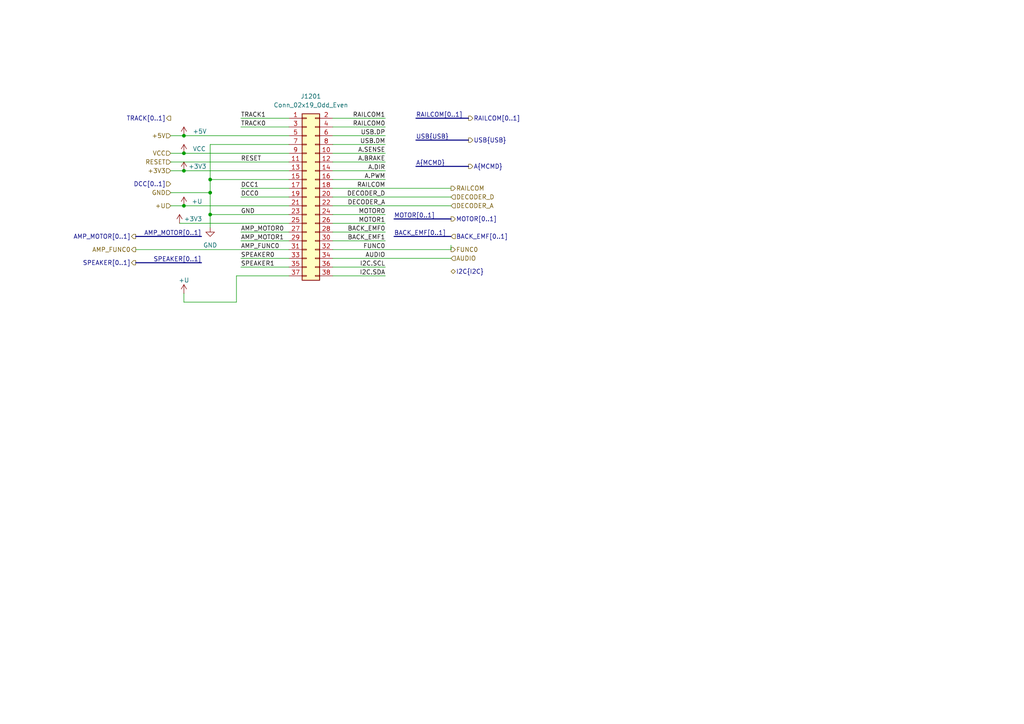
<source format=kicad_sch>
(kicad_sch (version 20231120) (generator "eeschema") (generator_version "8.0")
  (paper "A4")
  (lib_symbols
    (symbol "Connector_Generic:Conn_02x19_Odd_Even" (pin_names (offset 1.016) hide)
      (property "Reference" "J" (at 1.27 25.4 0))
      (property "Value" "Conn_02x19_Odd_Even" (at 1.27 -25.4 0))
      (symbol "Conn_02x19_Odd_Even_1_1"
        (rectangle (start -1.27 -22.733) (end 0 -22.987) (stroke (width 0.1524)))
        (rectangle (start -1.27 -20.193) (end 0 -20.447) (stroke (width 0.1524)))
        (rectangle (start -1.27 -17.653) (end 0 -17.907) (stroke (width 0.1524)))
        (rectangle (start -1.27 -15.113) (end 0 -15.367) (stroke (width 0.1524)))
        (rectangle (start -1.27 -12.573) (end 0 -12.827) (stroke (width 0.1524)))
        (rectangle (start -1.27 -10.033) (end 0 -10.287) (stroke (width 0.1524)))
        (rectangle (start -1.27 -7.493) (end 0 -7.747) (stroke (width 0.1524)))
        (rectangle (start -1.27 -4.953) (end 0 -5.207) (stroke (width 0.1524)))
        (rectangle (start -1.27 -2.413) (end 0 -2.667) (stroke (width 0.1524)))
        (rectangle (start -1.27 0.127) (end 0 -0.127) (stroke (width 0.1524)))
        (rectangle (start -1.27 2.667) (end 0 2.413) (stroke (width 0.1524)))
        (rectangle (start -1.27 5.207) (end 0 4.953) (stroke (width 0.1524)))
        (rectangle (start -1.27 7.747) (end 0 7.493) (stroke (width 0.1524)))
        (rectangle (start -1.27 10.287) (end 0 10.033) (stroke (width 0.1524)))
        (rectangle (start -1.27 12.827) (end 0 12.573) (stroke (width 0.1524)))
        (rectangle (start -1.27 15.367) (end 0 15.113) (stroke (width 0.1524)))
        (rectangle (start -1.27 17.907) (end 0 17.653) (stroke (width 0.1524)))
        (rectangle (start -1.27 20.447) (end 0 20.193) (stroke (width 0.1524)))
        (rectangle (start -1.27 22.987) (end 0 22.733) (stroke (width 0.1524)))
        (rectangle (start -1.27 24.13) (end 3.81 -24.13) (stroke (width 0.254)) (fill (type background)))
        (rectangle (start 3.81 -22.733) (end 2.54 -22.987) (stroke (width 0.1524)))
        (rectangle (start 3.81 -20.193) (end 2.54 -20.447) (stroke (width 0.1524)))
        (rectangle (start 3.81 -17.653) (end 2.54 -17.907) (stroke (width 0.1524)))
        (rectangle (start 3.81 -15.113) (end 2.54 -15.367) (stroke (width 0.1524)))
        (rectangle (start 3.81 -12.573) (end 2.54 -12.827) (stroke (width 0.1524)))
        (rectangle (start 3.81 -10.033) (end 2.54 -10.287) (stroke (width 0.1524)))
        (rectangle (start 3.81 -7.493) (end 2.54 -7.747) (stroke (width 0.1524)))
        (rectangle (start 3.81 -4.953) (end 2.54 -5.207) (stroke (width 0.1524)))
        (rectangle (start 3.81 -2.413) (end 2.54 -2.667) (stroke (width 0.1524)))
        (rectangle (start 3.81 0.127) (end 2.54 -0.127) (stroke (width 0.1524)))
        (rectangle (start 3.81 2.667) (end 2.54 2.413) (stroke (width 0.1524)))
        (rectangle (start 3.81 5.207) (end 2.54 4.953) (stroke (width 0.1524)))
        (rectangle (start 3.81 7.747) (end 2.54 7.493) (stroke (width 0.1524)))
        (rectangle (start 3.81 10.287) (end 2.54 10.033) (stroke (width 0.1524)))
        (rectangle (start 3.81 12.827) (end 2.54 12.573) (stroke (width 0.1524)))
        (rectangle (start 3.81 15.367) (end 2.54 15.113) (stroke (width 0.1524)))
        (rectangle (start 3.81 17.907) (end 2.54 17.653) (stroke (width 0.1524)))
        (rectangle (start 3.81 20.447) (end 2.54 20.193) (stroke (width 0.1524)))
        (rectangle (start 3.81 22.987) (end 2.54 22.733) (stroke (width 0.1524)))
        (pin passive line (at -5.08 22.86 0) (length 3.81) (name "Pin_1") (number "1"))
        (pin passive line (at 7.62 12.7 180) (length 3.81) (name "Pin_10") (number "10"))
        (pin passive line (at -5.08 10.16 0) (length 3.81) (name "Pin_11") (number "11"))
        (pin passive line (at 7.62 10.16 180) (length 3.81) (name "Pin_12") (number "12"))
        (pin passive line (at -5.08 7.62 0) (length 3.81) (name "Pin_13") (number "13"))
        (pin passive line (at 7.62 7.62 180) (length 3.81) (name "Pin_14") (number "14"))
        (pin passive line (at -5.08 5.08 0) (length 3.81) (name "Pin_15") (number "15"))
        (pin passive line (at 7.62 5.08 180) (length 3.81) (name "Pin_16") (number "16"))
        (pin passive line (at -5.08 2.54 0) (length 3.81) (name "Pin_17") (number "17"))
        (pin passive line (at 7.62 2.54 180) (length 3.81) (name "Pin_18") (number "18"))
        (pin passive line (at -5.08 0 0) (length 3.81) (name "Pin_19") (number "19"))
        (pin passive line (at 7.62 22.86 180) (length 3.81) (name "Pin_2") (number "2"))
        (pin passive line (at 7.62 0 180) (length 3.81) (name "Pin_20") (number "20"))
        (pin passive line (at -5.08 -2.54 0) (length 3.81) (name "Pin_21") (number "21"))
        (pin passive line (at 7.62 -2.54 180) (length 3.81) (name "Pin_22") (number "22"))
        (pin passive line (at -5.08 -5.08 0) (length 3.81) (name "Pin_23") (number "23"))
        (pin passive line (at 7.62 -5.08 180) (length 3.81) (name "Pin_24") (number "24"))
        (pin passive line (at -5.08 -7.62 0) (length 3.81) (name "Pin_25") (number "25"))
        (pin passive line (at 7.62 -7.62 180) (length 3.81) (name "Pin_26") (number "26"))
        (pin passive line (at -5.08 -10.16 0) (length 3.81) (name "Pin_27") (number "27"))
        (pin passive line (at 7.62 -10.16 180) (length 3.81) (name "Pin_28") (number "28"))
        (pin passive line (at -5.08 -12.7 0) (length 3.81) (name "Pin_29") (number "29"))
        (pin passive line (at -5.08 20.32 0) (length 3.81) (name "Pin_3") (number "3"))
        (pin passive line (at 7.62 -12.7 180) (length 3.81) (name "Pin_30") (number "30"))
        (pin passive line (at -5.08 -15.24 0) (length 3.81) (name "Pin_31") (number "31"))
        (pin passive line (at 7.62 -15.24 180) (length 3.81) (name "Pin_32") (number "32"))
        (pin passive line (at -5.08 -17.78 0) (length 3.81) (name "Pin_33") (number "33"))
        (pin passive line (at 7.62 -17.78 180) (length 3.81) (name "Pin_34") (number "34"))
        (pin passive line (at -5.08 -20.32 0) (length 3.81) (name "Pin_35") (number "35"))
        (pin passive line (at 7.62 -20.32 180) (length 3.81) (name "Pin_36") (number "36"))
        (pin passive line (at -5.08 -22.86 0) (length 3.81) (name "Pin_37") (number "37"))
        (pin passive line (at 7.62 -22.86 180) (length 3.81) (name "Pin_38") (number "38"))
        (pin passive line (at 7.62 20.32 180) (length 3.81) (name "Pin_4") (number "4"))
        (pin passive line (at -5.08 17.78 0) (length 3.81) (name "Pin_5") (number "5"))
        (pin passive line (at 7.62 17.78 180) (length 3.81) (name "Pin_6") (number "6"))
        (pin passive line (at -5.08 15.24 0) (length 3.81) (name "Pin_7") (number "7"))
        (pin passive line (at 7.62 15.24 180) (length 3.81) (name "Pin_8") (number "8"))
        (pin passive line (at -5.08 12.7 0) (length 3.81) (name "Pin_9") (number "9"))
      )
    )
    (symbol "power:+3V3" (power) (pin_numbers hide) (pin_names (offset 0) hide)
      (property "Value" "+3V3" (at 0 3.556 0))
      (symbol "+3V3_0_1"
        (polyline (pts (xy -0.762 1.27) (xy 0 2.54)))
        (polyline (pts (xy 0 0) (xy 0 2.54)))
        (polyline (pts (xy 0 2.54) (xy 0.762 1.27)))
      )
      (symbol "+3V3_1_1"
        (pin power_in line (at 0 0 90) (length 0) (name "~") (number "1"))
      )
    )
    (symbol "power:+5V" (power) (pin_numbers hide) (pin_names (offset 0) hide)
      (property "Value" "+5V" (at 0 3.556 0))
      (symbol "+5V_0_1"
        (polyline (pts (xy -0.762 1.27) (xy 0 2.54)))
        (polyline (pts (xy 0 0) (xy 0 2.54)))
        (polyline (pts (xy 0 2.54) (xy 0.762 1.27)))
      )
      (symbol "+5V_1_1"
        (pin power_in line (at 0 0 90) (length 0) (name "~") (number "1"))
      )
    )
    (symbol "power:GND" (power) (pin_numbers hide) (pin_names (offset 0) hide)
      (property "Value" "GND" (at 0 -3.81 0))
      (symbol "GND_0_1"
        (polyline (pts (xy 0 0) (xy 0 -1.27) (xy 1.27 -1.27) (xy 0 -2.54) (xy -1.27 -1.27) (xy 0 -1.27)))
      )
      (symbol "GND_1_1"
        (pin power_in line (at 0 0 270) (length 0) (name "~") (number "1"))
      )
    )
    (symbol "power:VCC" (power) (pin_numbers hide) (pin_names (offset 0) hide)
      (property "Value" "VCC" (at 0 3.556 0))
      (symbol "VCC_0_1"
        (polyline (pts (xy -0.762 1.27) (xy 0 2.54)))
        (polyline (pts (xy 0 0) (xy 0 2.54)))
        (polyline (pts (xy 0 2.54) (xy 0.762 1.27)))
      )
      (symbol "VCC_1_1"
        (pin power_in line (at 0 0 90) (length 0) (name "~") (number "1"))
      )
    )
  )
  (bus_alias "MCMD" (members "DIR" "BRAKE" "PWM" "SENSE" "FAULT"))
  (bus_alias "USB" (members "DP" "DM"))
  (junction (at 60.96 52.07))
  (junction (at 53.34 59.69))
  (junction (at 53.34 39.37))
  (junction (at 60.96 55.88))
  (junction (at 60.96 62.23))
  (junction (at 53.34 44.45))
  (junction (at 53.34 49.53))
  (wire (pts (xy 96.52 54.61) (xy 130.81 54.61)))
  (wire (pts (xy 96.52 44.45) (xy 111.76 44.45)))
  (wire (pts (xy 96.52 67.31) (xy 111.76 67.31)))
  (wire (pts (xy 39.37 72.39) (xy 83.82 72.39)))
  (wire (pts (xy 96.52 64.77) (xy 111.76 64.77)))
  (wire (pts (xy 60.96 62.23) (xy 60.96 55.88)))
  (wire (pts (xy 69.85 34.29) (xy 83.82 34.29)))
  (wire (pts (xy 96.52 46.99) (xy 111.76 46.99)))
  (wire (pts (xy 69.85 69.85) (xy 83.82 69.85)))
  (wire (pts (xy 53.34 87.63) (xy 68.58 87.63)))
  (wire (pts (xy 96.52 62.23) (xy 111.76 62.23)))
  (wire (pts (xy 60.96 66.04) (xy 60.96 62.23)))
  (wire (pts (xy 130.81 71.12) (xy 130.81 72.39)))
  (wire (pts (xy 96.52 57.15) (xy 130.81 57.15)))
  (wire (pts (xy 69.85 57.15) (xy 83.82 57.15)))
  (bus (pts (xy 120.65 34.29) (xy 135.89 34.29)))
  (wire (pts (xy 49.53 55.88) (xy 60.96 55.88)))
  (wire (pts (xy 96.52 72.39) (xy 130.81 72.39)))
  (wire (pts (xy 53.34 44.45) (xy 83.82 44.45)))
  (wire (pts (xy 68.58 80.01) (xy 68.58 87.63)))
  (bus (pts (xy 114.3 63.5) (xy 130.81 63.5)))
  (wire (pts (xy 52.07 64.77) (xy 83.82 64.77)))
  (wire (pts (xy 96.52 74.93) (xy 130.81 74.93)))
  (wire (pts (xy 53.34 49.53) (xy 83.82 49.53)))
  (wire (pts (xy 60.96 55.88) (xy 60.96 52.07)))
  (wire (pts (xy 69.85 36.83) (xy 83.82 36.83)))
  (wire (pts (xy 96.52 39.37) (xy 111.76 39.37)))
  (wire (pts (xy 96.52 49.53) (xy 111.76 49.53)))
  (wire (pts (xy 60.96 52.07) (xy 83.82 52.07)))
  (wire (pts (xy 96.52 69.85) (xy 111.76 69.85)))
  (wire (pts (xy 96.52 34.29) (xy 111.76 34.29)))
  (wire (pts (xy 68.58 80.01) (xy 83.82 80.01)))
  (wire (pts (xy 53.34 59.69) (xy 83.82 59.69)))
  (wire (pts (xy 83.82 41.91) (xy 60.96 41.91)))
  (wire (pts (xy 69.85 67.31) (xy 83.82 67.31)))
  (wire (pts (xy 60.96 62.23) (xy 83.82 62.23)))
  (bus (pts (xy 114.3 68.58) (xy 130.81 68.58)))
  (bus (pts (xy 120.65 40.64) (xy 135.89 40.64)))
  (wire (pts (xy 60.96 41.91) (xy 60.96 52.07)))
  (wire (pts (xy 96.52 80.01) (xy 111.76 80.01)))
  (wire (pts (xy 53.34 87.63) (xy 53.34 85.09)))
  (wire (pts (xy 49.53 59.69) (xy 53.34 59.69)))
  (wire (pts (xy 96.52 52.07) (xy 111.76 52.07)))
  (wire (pts (xy 69.85 74.93) (xy 83.82 74.93)))
  (bus (pts (xy 39.37 68.58) (xy 58.42 68.58)))
  (wire (pts (xy 96.52 36.83) (xy 111.76 36.83)))
  (bus (pts (xy 120.65 48.26) (xy 135.89 48.26)))
  (wire (pts (xy 49.53 39.37) (xy 53.34 39.37)))
  (wire (pts (xy 69.85 54.61) (xy 83.82 54.61)))
  (wire (pts (xy 96.52 77.47) (xy 111.76 77.47)))
  (wire (pts (xy 96.52 59.69) (xy 130.81 59.69)))
  (wire (pts (xy 96.52 41.91) (xy 111.76 41.91)))
  (wire (pts (xy 69.85 77.47) (xy 83.82 77.47)))
  (wire (pts (xy 49.53 46.99) (xy 83.82 46.99)))
  (bus (pts (xy 39.37 76.2) (xy 58.42 76.2)))
  (wire (pts (xy 53.34 39.37) (xy 83.82 39.37)))
  (wire (pts (xy 49.53 49.53) (xy 53.34 49.53)))
  (wire (pts (xy 49.53 44.45) (xy 53.34 44.45)))
  (label "USB{USB}" (at 120.65 40.64 0))
  (label "AUDIO" (at 111.76 74.93 180))
  (label "AMP_FUNC0" (at 69.85 72.39 0))
  (label "USB.DM" (at 111.76 41.91 180))
  (label "MOTOR0" (at 111.76 62.23 180))
  (label "A{MCMD}" (at 120.65 48.26 0))
  (label "DECODER_D" (at 111.76 57.15 180))
  (label "AMP_MOTOR1" (at 69.85 69.85 0))
  (label "RAILCOM[0..1]" (at 120.65 34.29 0))
  (label "A.BRAKE" (at 111.76 46.99 180))
  (label "GND" (at 69.85 62.23 0))
  (label "BACK_EMF1" (at 111.76 69.85 180))
  (label "DECODER_A" (at 111.76 59.69 180))
  (label "TRACK1" (at 69.85 34.29 0))
  (label "DCC1" (at 69.85 54.61 0))
  (label "RESET" (at 69.85 46.99 0))
  (label "I2C.SCL" (at 111.76 77.47 180))
  (label "RAILCOM0" (at 111.76 36.83 180))
  (label "BACK_EMF0" (at 111.76 67.31 180))
  (label "DCC0" (at 69.85 57.15 0))
  (label "RAILCOM" (at 111.76 54.61 180))
  (label "I2C.SDA" (at 111.76 80.01 180))
  (label "USB.DP" (at 111.76 39.37 180))
  (label "MOTOR[0..1]" (at 114.3 63.5 0))
  (label "MOTOR1" (at 111.76 64.77 180))
  (label "SPEAKER[0..1]" (at 58.42 76.2 180))
  (label "AMP_MOTOR[0..1]" (at 58.42 68.58 180))
  (label "BACK_EMF[0..1]" (at 114.3 68.58 0))
  (label "A.SENSE" (at 111.76 44.45 180))
  (label "RAILCOM1" (at 111.76 34.29 180))
  (label "SPEAKER0" (at 69.85 74.93 0))
  (label "A.DIR" (at 111.76 49.53 180))
  (label "FUNC0" (at 111.76 72.39 180))
  (label "SPEAKER1" (at 69.85 77.47 0))
  (label "AMP_MOTOR0" (at 69.85 67.31 0))
  (label "TRACK0" (at 69.85 36.83 0))
  (label "A.PWM" (at 111.76 52.07 180))
  (hierarchical_label "+5V" (shape input) (at 49.53 39.37 180))
  (hierarchical_label "DECODER_A" (shape input) (at 130.81 59.69 0))
  (hierarchical_label "+U" (shape input) (at 49.53 59.69 180))
  (hierarchical_label "I2C{I2C}" (shape bidirectional) (at 130.81 78.74 0))
  (hierarchical_label "+3V3" (shape input) (at 49.53 49.53 180))
  (hierarchical_label "GND" (shape input) (at 49.53 55.88 180))
  (hierarchical_label "RAILCOM" (shape output) (at 130.81 54.61 0))
  (hierarchical_label "SPEAKER[0..1]" (shape output) (at 39.37 76.2 180))
  (hierarchical_label "FUNC0" (shape output) (at 130.81 72.39 0))
  (hierarchical_label "USB{USB}" (shape output) (at 135.89 40.64 0))
  (hierarchical_label "DECODER_D" (shape input) (at 130.81 57.15 0))
  (hierarchical_label "MOTOR[0..1]" (shape output) (at 130.81 63.5 0))
  (hierarchical_label "VCC" (shape input) (at 49.53 44.45 180))
  (hierarchical_label "AMP_FUNC0" (shape output) (at 39.37 72.39 180))
  (hierarchical_label "A{MCMD}" (shape output) (at 135.89 48.26 0))
  (hierarchical_label "BACK_EMF[0..1]" (shape input) (at 130.81 68.58 0))
  (hierarchical_label "TRACK[0..1]" (shape output) (at 49.53 34.29 180))
  (hierarchical_label "AMP_MOTOR[0..1]" (shape output) (at 39.37 68.58 180))
  (hierarchical_label "DCC[0..1]" (shape input) (at 49.53 53.34 180))
  (hierarchical_label "RESET" (shape input) (at 49.53 46.99 180))
  (hierarchical_label "RAILCOM[0..1]" (shape output) (at 135.89 34.29 0))
  (hierarchical_label "AUDIO" (shape input) (at 130.81 74.93 0))
  (symbol (lib_id "power:+3V3") (at 52.07 64.77 0) (unit 1)
    (property "Reference" "#PWR01205" (effects (hide yes)))
    (property "Value" "+3V3" (at 53.34 63.5 0) (effects (justify left)))
    (property "Description" "Power symbol creates a global label with name \"+3V3\"" (effects (hide yes)))
    (instances (project "xDuinoRail-Backplane-Arduino-Light" (path "" (reference "#PWR01205") (unit 1)) (path "" (reference "#PWR0301") (unit 1)) (path "" (reference "#PWR0401") (unit 1)) (path "" (reference "#PWR0506") (unit 1)) (path "" (reference "#PWR0701") (unit 1))))
  )
  (symbol (lib_id "power:+5V") (at 53.34 85.09 0) (unit 1)
    (property "Reference" "#PWR01206" (effects (hide yes)))
    (property "Value" "+U" (at 53.34 81.28 0))
    (property "Description" "Power symbol creates a global label with name \"+5V\"" (effects (hide yes)))
    (instances (project "xDuinoRail-Backplane-Arduino-Light" (path "" (reference "#PWR01206") (unit 1)) (path "" (reference "#PWR0306") (unit 1)) (path "" (reference "#PWR0406") (unit 1)) (path "" (reference "#PWR0511") (unit 1)) (path "" (reference "#PWR0706") (unit 1))))
  )
  (symbol (lib_id "power:GND") (at 60.96 66.04 0) (unit 1)
    (property "Reference" "#PWR01207" (effects (hide yes)))
    (property "Value" "GND" (at 60.96 71.12 0))
    (property "Description" "Power symbol creates a global label with name \"GND\" , ground" (effects (hide yes)))
    (instances (project "xDuinoRail-Backplane-Arduino-Light" (path "" (reference "#PWR01207") (unit 1)) (path "" (reference "#PWR0307") (unit 1)) (path "" (reference "#PWR0407") (unit 1)) (path "" (reference "#PWR0512") (unit 1)) (path "" (reference "#PWR0707") (unit 1))))
  )
  (symbol (lib_id "power:+5V") (at 53.34 59.69 0) (unit 1)
    (property "Reference" "#PWR01204" (effects (hide yes)))
    (property "Value" "+U" (at 57.15 58.42 0))
    (property "Description" "Power symbol creates a global label with name \"+5V\"" (effects (hide yes)))
    (instances (project "xDuinoRail-Backplane-Arduino-Light" (path "" (reference "#PWR01204") (unit 1)) (path "" (reference "#PWR0305") (unit 1)) (path "" (reference "#PWR0405") (unit 1)) (path "" (reference "#PWR0510") (unit 1)) (path "" (reference "#PWR0705") (unit 1))))
  )
  (symbol (lib_id "Connector_Generic:Conn_02x19_Odd_Even") (at 88.9 57.15 0) (unit 1)
    (property "Reference" "J1201" (at 90.17 27.94 0))
    (property "Value" "Conn_02x19_Odd_Even" (at 90.17 30.48 0))
    (property "Footprint" "Connector_PinSocket_2.54mm:PinSocket_2x19_P2.54mm_Vertical" (effects (hide yes)))
    (property "Description" "Generic connector, double row, 02x19, odd/even pin numbering scheme (row 1 odd numbers, row 2 even numbers), script generated (kicad-library-utils/schlib/autogen/connector/)" (effects (hide yes)))
    (instances (project "xDuinoRail-Backplane-Arduino-Light" (path "" (reference "J1201") (unit 1)) (path "" (reference "J301") (unit 1)) (path "" (reference "J401") (unit 1)) (path "" (reference "J502") (unit 1)) (path "" (reference "J701") (unit 1))))
  )
  (symbol (lib_id "power:+5V") (at 53.34 39.37 0) (unit 1)
    (property "Reference" "#PWR01201" (effects (hide yes)))
    (property "Value" "+5V" (at 55.88 38.0999 0) (effects (justify left)))
    (property "Description" "Power symbol creates a global label with name \"+5V\"" (effects (hide yes)))
    (instances (project "xDuinoRail-Backplane-Arduino-Light" (path "" (reference "#PWR01201") (unit 1)) (path "" (reference "#PWR0302") (unit 1)) (path "" (reference "#PWR0402") (unit 1)) (path "" (reference "#PWR0507") (unit 1)) (path "" (reference "#PWR0702") (unit 1))))
  )
  (symbol (lib_id "power:+3V3") (at 53.34 49.53 0) (unit 1)
    (property "Reference" "#PWR01203" (effects (hide yes)))
    (property "Value" "+3V3" (at 54.61 48.26 0) (effects (justify left)))
    (property "Description" "Power symbol creates a global label with name \"+3V3\"" (effects (hide yes)))
    (instances (project "xDuinoRail-Backplane-Arduino-Light" (path "" (reference "#PWR01203") (unit 1)) (path "" (reference "#PWR0304") (unit 1)) (path "" (reference "#PWR0404") (unit 1)) (path "" (reference "#PWR0509") (unit 1)) (path "" (reference "#PWR0704") (unit 1))))
  )
  (symbol (lib_id "power:VCC") (at 53.34 44.45 0) (unit 1)
    (property "Reference" "#PWR01202" (effects (hide yes)))
    (property "Value" "VCC" (at 55.88 43.1799 0) (effects (justify left)))
    (property "Description" "Power symbol creates a global label with name \"VCC\"" (effects (hide yes)))
    (instances (project "xDuinoRail-Backplane-Arduino-Light" (path "" (reference "#PWR01202") (unit 1)) (path "" (reference "#PWR0303") (unit 1)) (path "" (reference "#PWR0403") (unit 1)) (path "" (reference "#PWR0508") (unit 1)) (path "" (reference "#PWR0703") (unit 1))))
  )
)
</source>
